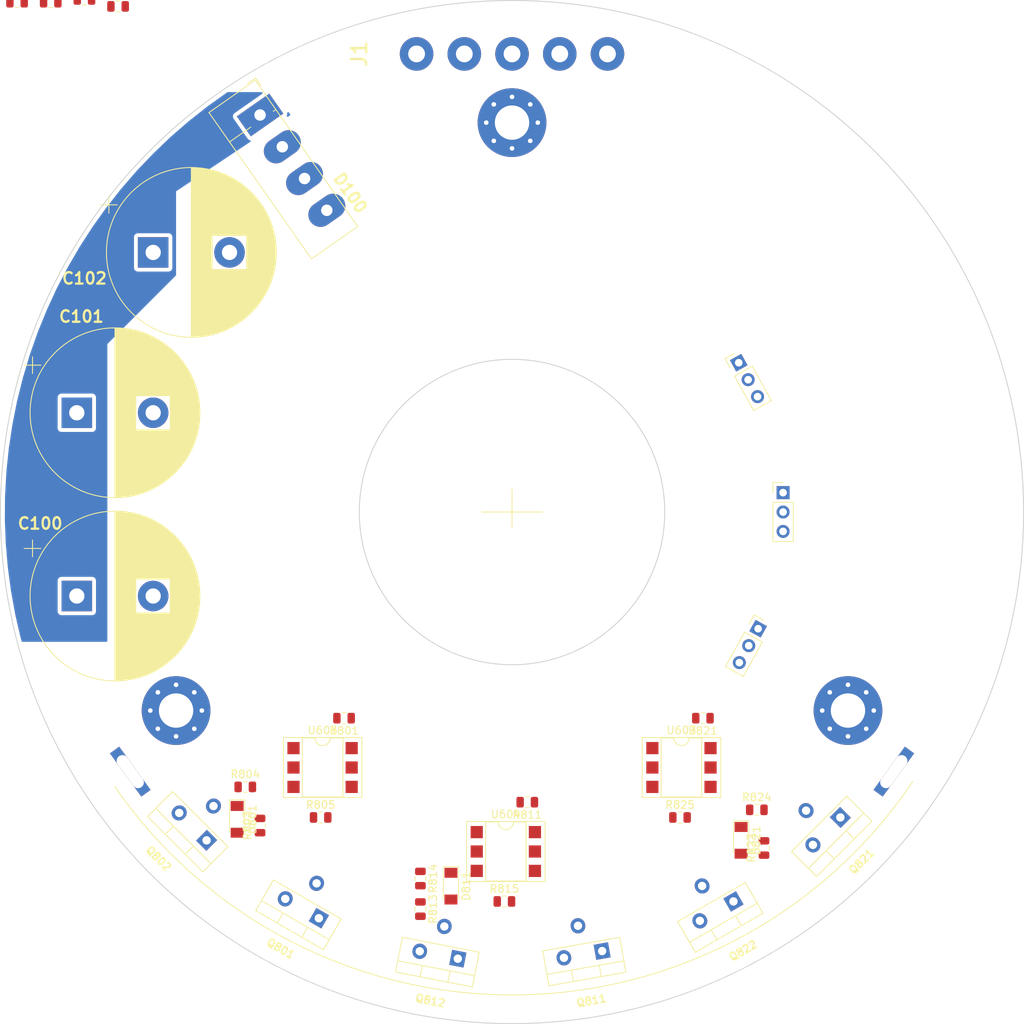
<source format=kicad_pcb>
(kicad_pcb (version 20171130) (host pcbnew "(5.1.2)-1")
  (layers (0 F.Cu signal hide) (31 B.Cu signal hide) (34 B.Paste user) (35 F.Paste user) (36 B.SilkS user hide) (37 F.SilkS user hide) (38 B.Mask user) (39 F.Mask user) (44 Edge.Cuts user))
  (net 0 "")
  (net 1 /+V)
  (net 2 "Net-(C100-Pad2)")
  (net 3 "Net-(D100-Pad1)")
  (net 4 /+U)
  (net 5 "Net-(Q801-Pad1)")
  (net 6 "Net-(D801-Pad2)")
  (net 7 "Net-(Q802-Pad3)")
  (net 8 "Net-(Q811-Pad1)")
  (net 9 "Net-(D811-Pad2)")
  (net 10 "Net-(Q821-Pad1)")
  (net 11 "Net-(D821-Pad2)")
  (net 12 "Net-(F1-Pad2)")
  (net 13 /PE)
  (net 14 "Net-(C200-Pad2)")
  (net 15 "Net-(C205-Pad1)")
  (net 16 "Net-(C205-Pad2)")
  (net 17 GND)
  (net 18 /VCC)
  (net 19 "Net-(C601-Pad2)")
  (net 20 "Net-(C604-Pad2)")
  (net 21 "Net-(C604-Pad1)")
  (net 22 "Net-(C605-Pad2)")
  (net 23 /AT)
  (net 24 /BT)
  (net 25 /CT)
  (net 26 "Net-(C700-Pad2)")
  (net 27 "Net-(C801-Pad2)")
  (net 28 "Net-(D100-Pad2)")
  (net 29 "Net-(D100-Pad3)")
  (net 30 "Net-(D103-Pad2)")
  (net 31 "Net-(D104-Pad1)")
  (net 32 "Net-(D300-Pad1)")
  (net 33 "Net-(D801-Pad1)")
  (net 34 "Net-(D811-Pad1)")
  (net 35 "Net-(D821-Pad1)")
  (net 36 /OKP)
  (net 37 /OKM)
  (net 38 "Net-(Q200-Pad1)")
  (net 39 "Net-(Q300-Pad2)")
  (net 40 "Net-(Q300-Pad3)")
  (net 41 "Net-(Q300-Pad1)")
  (net 42 "Net-(P1-Pad1)")
  (net 43 "Net-(P2-Pad1)")
  (net 44 "Net-(P3-Pad1)")
  (net 45 "Net-(R204-Pad2)")
  (net 46 "Net-(R200-Pad2)")
  (net 47 "Net-(R300-Pad1)")
  (net 48 "Net-(C300-Pad1)")
  (net 49 "Net-(R500-Pad2)")
  (net 50 "Net-(R502-Pad2)")
  (net 51 "Net-(C609-Pad2)")
  (net 52 "Net-(R602-Pad2)")
  (net 53 "Net-(R603-Pad2)")
  (net 54 "Net-(R606-Pad2)")
  (net 55 "Net-(R607-Pad2)")
  (net 56 "Net-(R608-Pad2)")
  (net 57 "Net-(R801-Pad1)")
  (net 58 /AB)
  (net 59 "Net-(C802-Pad2)")
  (net 60 "Net-(R811-Pad1)")
  (net 61 /BB)
  (net 62 "Net-(R821-Pad1)")
  (net 63 /CB)
  (net 64 "Net-(H600-Pad2)")
  (net 65 "Net-(H601-Pad2)")
  (net 66 "Net-(H602-Pad2)")
  (net 67 "Net-(R604-Pad1)")
  (net 68 "Net-(U602-Pad4)")
  (net 69 "Net-(C803-Pad1)")
  (net 70 "Net-(U603-Pad3)")
  (net 71 "Net-(U604-Pad3)")
  (net 72 "Net-(U605-Pad3)")
  (module Diode_THT:Diode_Bridge_Vishay_KBU (layer F.Cu) (at 77 38 305)
    (fp_text reference D100 (at 15.143593 -3.830351 125) (layer F.SilkS) (effects (font (size 1.5 1.5) (thickness 0.3))))
    (fp_text value KBU8M hide)
    (pad 1 thru_hole rect (at 0 0 305) (size 3.2 5.2) (drill 1.5) (layers *.Cu *.Mask) (net 3 "Net-(D100-Pad1)"))
    (pad 2 thru_hole oval (at 5.08 0 305) (size 3.2 5.2) (drill 1.5) (layers *.Cu *.Mask) (net 28 "Net-(D100-Pad2)"))
    (pad 3 thru_hole oval (at 10.16 0 305) (size 3.2 5.2) (drill 1.5) (layers *.Cu *.Mask) (net 29 "Net-(D100-Pad3)"))
    (pad 4 thru_hole oval (at 15.24 0 305) (size 3.2 5.2) (drill 1.5) (layers *.Cu *.Mask) (net 2 "Net-(C100-Pad2)"))
  )
  (module valdiklio_footprints:TO-220-3_Vertical (layer F.Cu) (at 139 141 210)
    (fp_text reference Q822 (at 2.12132 -6.22254 30) (layer F.SilkS) (effects (font (thickness 0.2))))
    (fp_text value IRF830 hide)
    (pad 3 thru_hole oval (at 5.08 0 210) (size 1.905 2) (drill 1.1) (layers *.Cu *.Mask) (net 7 "Net-(Q802-Pad3)"))
    (pad 2 thru_hole oval (at 2.54 3.81 210) (size 1.905 2) (drill 1.1) (layers *.Cu *.Mask) (net 44 "Net-(P3-Pad1)"))
    (pad 1 thru_hole rect (at 0 0 210) (size 1.905 2) (drill 1.1) (layers *.Cu *.Mask) (net 11 "Net-(D821-Pad2)"))
  )
  (module valdiklio_footprints:TO-220-3_Vertical (layer F.Cu) (at 153 130 225)
    (fp_text reference Q821 (at 2.11077 -6.05596 45) (layer F.SilkS) (effects (font (thickness 0.2))))
    (fp_text value IRF830 hide)
    (pad 3 thru_hole oval (at 5.08 0 225) (size 1.905 2) (drill 1.1) (layers *.Cu *.Mask) (net 44 "Net-(P3-Pad1)"))
    (pad 2 thru_hole oval (at 2.54 3.81 225) (size 1.905 2) (drill 1.1) (layers *.Cu *.Mask) (net 4 /+U))
    (pad 1 thru_hole rect (at 0 0 225) (size 1.905 2) (drill 1.1) (layers *.Cu *.Mask) (net 10 "Net-(Q821-Pad1)"))
  )
  (module valdiklio_footprints:TO-220-3_Vertical (layer F.Cu) (at 121.8 147.5 190)
    (fp_text reference Q811 (at 2.507444 -6.158143 10) (layer F.SilkS) (effects (font (thickness 0.2))))
    (fp_text value IRF830 hide)
    (pad 3 thru_hole oval (at 5.08 0 190) (size 1.905 2) (drill 1.1) (layers *.Cu *.Mask) (net 43 "Net-(P2-Pad1)"))
    (pad 2 thru_hole oval (at 2.54 3.81 190) (size 1.905 2) (drill 1.1) (layers *.Cu *.Mask) (net 4 /+U))
    (pad 1 thru_hole rect (at 0 0 190) (size 1.905 2) (drill 1.1) (layers *.Cu *.Mask) (net 8 "Net-(Q811-Pad1)"))
  )
  (module valdiklio_footprints:TO-220-3_Vertical (layer F.Cu) (at 102.9 148.5 169)
    (fp_text reference Q812 (at 2.484408 -6.085862 169) (layer F.SilkS) (effects (font (thickness 0.2))))
    (fp_text value IRF830 hide)
    (pad 3 thru_hole oval (at 5.08 0 169) (size 1.905 2) (drill 1.1) (layers *.Cu *.Mask) (net 7 "Net-(Q802-Pad3)"))
    (pad 2 thru_hole oval (at 2.54 3.81 169) (size 1.905 2) (drill 1.1) (layers *.Cu *.Mask) (net 43 "Net-(P2-Pad1)"))
    (pad 1 thru_hole rect (at 0 0 169) (size 1.905 2) (drill 1.1) (layers *.Cu *.Mask) (net 9 "Net-(D811-Pad2)"))
  )
  (module valdiklio_footprints:TO-220-3_Vertical (layer F.Cu) (at 84.7 143.2 150)
    (fp_text reference Q801 (at 2.330127 -5.964102 150) (layer F.SilkS) (effects (font (thickness 0.2))))
    (fp_text value IRF830 hide)
    (pad 3 thru_hole oval (at 5.08 0 150) (size 1.905 2) (drill 1.1) (layers *.Cu *.Mask) (net 42 "Net-(P1-Pad1)"))
    (pad 2 thru_hole oval (at 2.54 3.81 150) (size 1.905 2) (drill 1.1) (layers *.Cu *.Mask) (net 4 /+U))
    (pad 1 thru_hole rect (at 0 0 150) (size 1.905 2) (drill 1.1) (layers *.Cu *.Mask) (net 5 "Net-(Q801-Pad1)"))
  )
  (module valdiklio_footprints:TO-220-3_Vertical (layer F.Cu) (at 70 133 135)
    (fp_text reference Q802 (at 2.757716 -6.151829 135) (layer F.SilkS) (effects (font (thickness 0.2))))
    (fp_text value IRF830 hide)
    (pad 3 thru_hole oval (at 5.08 0 135) (size 1.905 2) (drill 1.1) (layers *.Cu *.Mask) (net 7 "Net-(Q802-Pad3)"))
    (pad 2 thru_hole oval (at 2.54 3.81 135) (size 1.905 2) (drill 1.1) (layers *.Cu *.Mask) (net 42 "Net-(P1-Pad1)"))
    (pad 1 thru_hole rect (at 0 0 135) (size 1.905 2) (drill 1.1) (layers *.Cu *.Mask) (net 6 "Net-(D801-Pad2)"))
  )
  (module jungtis:Jungtis (layer F.Cu) (at 110.025 30.045)
    (fp_text reference J1 (at -20.025 -0.045 90) (layer F.SilkS) (effects (font (size 2 2) (thickness 0.3))))
    (fp_text value Conn_01x05)
    (pad 5 thru_hole circle (at 12.475 -0.045) (size 4.4 4.4) (drill 2.2) (layers *.Cu *.Mask) (net 12 "Net-(F1-Pad2)"))
    (pad 4 thru_hole circle (at 6.225 -0.045) (size 4.4 4.4) (drill 2.2) (layers *.Cu *.Mask) (net 28 "Net-(D100-Pad2)"))
    (pad 3 thru_hole circle (at -0.025 -0.045) (size 4.4 4.4) (drill 2.2) (layers *.Cu *.Mask) (net 13 /PE))
    (pad 2 thru_hole circle (at -6.275 -0.045) (size 4.4 4.4) (drill 2.2) (layers *.Cu *.Mask) (net 36 /OKP))
    (pad 1 thru_hole circle (at -12.525 -0.045) (size 4.4 4.4) (drill 2.2) (layers *.Cu *.Mask) (net 37 /OKM))
  )
  (module Capacitor_THT:CP_Radial_D22.0mm_P10.00mm_SnapIn (layer F.Cu) (at 53 101)
    (fp_text reference C100 (at -4.8 -9.5) (layer F.SilkS) (effects (font (size 1.5 1.5) (thickness 0.3))))
    (fp_text value 120.0x400V hide)
    (pad 1 thru_hole rect (at 0 0) (size 4 4) (drill 2) (layers *.Cu *.Mask) (net 1 /+V))
    (pad 2 thru_hole circle (at 10 0) (size 4 4) (drill 2) (layers *.Cu *.Mask) (net 2 "Net-(C100-Pad2)"))
  )
  (module Capacitor_THT:CP_Radial_D22.0mm_P10.00mm_SnapIn (layer F.Cu) (at 53 77)
    (fp_text reference C101 (at 0.6 -12.6) (layer F.SilkS) (effects (font (size 1.5 1.5) (thickness 0.3))))
    (fp_text value 120.0x400V hide)
    (pad 1 thru_hole rect (at 0 0) (size 4 4) (drill 2) (layers *.Cu *.Mask) (net 1 /+V))
    (pad 2 thru_hole circle (at 10 0) (size 4 4) (drill 2) (layers *.Cu *.Mask) (net 2 "Net-(C100-Pad2)"))
  )
  (module Capacitor_THT:CP_Radial_D22.0mm_P10.00mm_SnapIn (layer F.Cu) (at 63 56)
    (fp_text reference C102 (at -9 3.4) (layer F.SilkS) (effects (font (size 1.5 1.5) (thickness 0.3))))
    (fp_text value 120.0x400V hide)
    (pad 2 thru_hole circle (at 10 0) (size 4 4) (drill 2) (layers *.Cu *.Mask) (net 2 "Net-(C100-Pad2)"))
    (pad 1 thru_hole rect (at 0 0) (size 4 4) (drill 2) (layers *.Cu *.Mask) (net 1 /+V))
  )
  (module Connector_PinHeader_2.54mm:PinHeader_1x03_P2.54mm_Vertical (layer F.Cu) (at 142.231416 105.278466 331)
    (fp_text reference REF** hide)
    (fp_text value PinHeader_1x03_P2.54mm_Vertical hide)
    (pad 3 thru_hole oval (at 0 5.08 331) (size 1.7 1.7) (drill 1) (layers *.Cu *.Mask))
    (pad 2 thru_hole oval (at 0 2.54 295) (size 1.7 1.7) (drill 1) (layers *.Cu *.Mask))
    (pad 1 thru_hole rect (at 0 0 331) (size 1.7 1.7) (drill 1) (layers *.Cu *.Mask))
  )
  (module Connector_PinHeader_2.54mm:PinHeader_1x03_P2.54mm_Vertical (layer F.Cu) (at 139.691803 70.445097 29)
    (fp_text reference REF** hide)
    (fp_text value PinHeader_1x03_P2.54mm_Vertical hide)
    (pad 1 thru_hole rect (at 0 0 29) (size 1.7 1.7) (drill 1) (layers *.Cu *.Mask))
    (pad 2 thru_hole oval (at 0 2.54 353) (size 1.7 1.7) (drill 1) (layers *.Cu *.Mask))
    (pad 3 thru_hole oval (at 0 5.08 29) (size 1.7 1.7) (drill 1) (layers *.Cu *.Mask))
  )
  (module Connector_PinHeader_2.54mm:PinHeader_1x03_P2.54mm_Vertical (layer F.Cu) (at 145.5 87.46)
    (fp_text reference REF** hide)
    (fp_text value PinHeader_1x03_P2.54mm_Vertical hide)
    (pad 3 thru_hole oval (at 0 5.08) (size 1.7 1.7) (drill 1) (layers *.Cu *.Mask))
    (pad 2 thru_hole oval (at 0 2.54) (size 1.7 1.7) (drill 1) (layers *.Cu *.Mask))
    (pad 1 thru_hole rect (at 0 0) (size 1.7 1.7) (drill 1) (layers *.Cu *.Mask))
  )
  (module MountingHole:MountingHole_2.7mm (layer F.Cu) (at 144 99)
    (fp_text reference REF** hide)
    (fp_text value MountingHole_2.7mm hide)
    (pad 1 np_thru_hole circle (at 0 0) (size 2.7 2.7) (drill 2.7) (layers *.Cu *.Mask))
  )
  (module MountingHole:MountingHole_2.7mm (layer F.Cu) (at 144 81)
    (fp_text reference REF** hide)
    (fp_text value MountingHole_2.7mm hide)
    (pad 1 np_thru_hole circle (at 0 0) (size 2.7 2.7) (drill 2.7) (layers *.Cu *.Mask))
  )
  (module MountingHole:MountingHole_2.2mm_M2 (layer F.Cu) (at 60 124)
    (fp_text reference "" (at 0 -3.2) (layer F.SilkS))
    (fp_text value MountingHole_2.2mm_M2 hide)
    (pad "" np_thru_hole rect (at 0 0 36) (size 1.5 7) (drill oval 1.5 5) (layers *.Cu))
  )
  (module MountingHole:MountingHole_2.2mm_M2 (layer F.Cu) (at 160 124)
    (fp_text reference "" (at 0 -3.2) (layer F.SilkS))
    (fp_text value MountingHole_2.2mm_M2 hide)
    (pad "" np_thru_hole rect (at 0 0 324) (size 1.5 7) (drill oval 1.5 5) (layers *.Cu))
  )
  (module MountingHole:MountingHole_2.7mm (layer F.Cu) (at 127 107)
    (fp_text reference REF** hide)
    (fp_text value MountingHole_2.7mm hide)
    (pad 1 np_thru_hole circle (at 0 0) (size 2.7 2.7) (drill 2.7) (layers *.Cu *.Mask))
  )
  (module MountingHole:MountingHole_2.7mm (layer F.Cu) (at 87 96)
    (fp_text reference REF** hide)
    (fp_text value MountingHole_2.7mm hide)
    (pad 1 np_thru_hole circle (at 0 0) (size 2.7 2.7) (drill 2.7) (layers *.Cu *.Mask))
  )
  (module MountingHole:MountingHole_2.7mm (layer F.Cu) (at 117 67)
    (fp_text reference REF** hide)
    (fp_text value MountingHole_2.7mm hide)
    (pad 1 np_thru_hole circle (at 0 0) (size 2.7 2.7) (drill 2.7) (layers *.Cu *.Mask))
  )
  (module MountingHole:MountingHole_4.5mm_Pad_Via (layer F.Cu) (at 66 116)
    (fp_text reference REF** hide)
    (fp_text value MountingHole_4.5mm_Pad_Via hide)
    (pad 1 thru_hole circle (at 2.386485 -2.386485) (size 0.9 0.9) (drill 0.6) (layers *.Cu *.Mask))
    (pad 1 thru_hole circle (at 0 -3.375) (size 0.9 0.9) (drill 0.6) (layers *.Cu *.Mask))
    (pad 1 thru_hole circle (at -2.386485 -2.386485) (size 0.9 0.9) (drill 0.6) (layers *.Cu *.Mask))
    (pad 1 thru_hole circle (at -3.375 0) (size 0.9 0.9) (drill 0.6) (layers *.Cu *.Mask))
    (pad 1 thru_hole circle (at -2.386485 2.386485) (size 0.9 0.9) (drill 0.6) (layers *.Cu *.Mask))
    (pad 1 thru_hole circle (at 0 3.375) (size 0.9 0.9) (drill 0.6) (layers *.Cu *.Mask))
    (pad 1 thru_hole circle (at 2.386485 2.386485) (size 0.9 0.9) (drill 0.6) (layers *.Cu *.Mask))
    (pad 1 thru_hole circle (at 3.375 0) (size 0.9 0.9) (drill 0.6) (layers *.Cu *.Mask))
    (pad 1 thru_hole circle (at 0 0) (size 9 9) (drill 4.5) (layers *.Cu *.Mask))
  )
  (module MountingHole:MountingHole_4.5mm_Pad_Via (layer F.Cu) (at 154 116)
    (fp_text reference REF** hide)
    (fp_text value MountingHole_4.5mm_Pad_Via hide)
    (pad 1 thru_hole circle (at 0 0) (size 9 9) (drill 4.5) (layers *.Cu *.Mask))
    (pad 1 thru_hole circle (at 3.375 0) (size 0.9 0.9) (drill 0.6) (layers *.Cu *.Mask))
    (pad 1 thru_hole circle (at 2.386485 2.386485) (size 0.9 0.9) (drill 0.6) (layers *.Cu *.Mask))
    (pad 1 thru_hole circle (at 0 3.375) (size 0.9 0.9) (drill 0.6) (layers *.Cu *.Mask))
    (pad 1 thru_hole circle (at -2.386485 2.386485) (size 0.9 0.9) (drill 0.6) (layers *.Cu *.Mask))
    (pad 1 thru_hole circle (at -3.375 0) (size 0.9 0.9) (drill 0.6) (layers *.Cu *.Mask))
    (pad 1 thru_hole circle (at -2.386485 -2.386485) (size 0.9 0.9) (drill 0.6) (layers *.Cu *.Mask))
    (pad 1 thru_hole circle (at 0 -3.375) (size 0.9 0.9) (drill 0.6) (layers *.Cu *.Mask))
    (pad 1 thru_hole circle (at 2.386485 -2.386485) (size 0.9 0.9) (drill 0.6) (layers *.Cu *.Mask))
  )
  (module MountingHole:MountingHole_4.5mm_Pad_Via (layer F.Cu) (at 110 39 135)
    (fp_text reference REF** hide)
    (fp_text value MountingHole_4.5mm_Pad_Via hide)
    (pad 1 thru_hole circle (at 2.386485 -2.386485 135) (size 0.9 0.9) (drill 0.6) (layers *.Cu *.Mask))
    (pad 1 thru_hole circle (at 0 -3.375 135) (size 0.9 0.9) (drill 0.6) (layers *.Cu *.Mask))
    (pad 1 thru_hole circle (at -2.386485 -2.386485 135) (size 0.9 0.9) (drill 0.6) (layers *.Cu *.Mask))
    (pad 1 thru_hole circle (at -3.375 0 135) (size 0.9 0.9) (drill 0.6) (layers *.Cu *.Mask))
    (pad 1 thru_hole circle (at -2.386485 2.386485 135) (size 0.9 0.9) (drill 0.6) (layers *.Cu *.Mask))
    (pad 1 thru_hole circle (at 0 3.375 135) (size 0.9 0.9) (drill 0.6) (layers *.Cu *.Mask))
    (pad 1 thru_hole circle (at 2.386485 2.386485 135) (size 0.9 0.9) (drill 0.6) (layers *.Cu *.Mask))
    (pad 1 thru_hole circle (at 3.375 0 135) (size 0.9 0.9) (drill 0.6) (layers *.Cu *.Mask))
    (pad 1 thru_hole circle (at 0 0 135) (size 9 9) (drill 4.5) (layers *.Cu *.Mask))
  )
  (module Capacitor_SMD:C_0805_2012Metric (layer F.Cu) (at 53.665001 14.015001)
    (fp_text reference C200 (at 0 -1.65) (layer F.SilkS))
    (fp_text value 1nF)
    (pad 2 smd roundrect (at 0.9375 0) (size 0.975 1.4) (layers F.Cu F.Paste F.Mask) (net 14 "Net-(C200-Pad2)"))
    (pad 1 smd roundrect (at -0.9375 0) (size 0.975 1.4) (layers F.Cu F.Paste F.Mask) (net 2 "Net-(C100-Pad2)"))
  )
  (module Capacitor_SMD:C_0805_2012Metric (layer F.Cu) (at 45.175001 23.225001)
    (fp_text reference C205 (at 0 -1.65) (layer F.SilkS))
    (fp_text value 1nF)
    (pad 1 smd roundrect (at -0.9375 0) (size 0.975 1.4) (layers F.Cu F.Paste F.Mask) (net 15 "Net-(C205-Pad1)"))
    (pad 2 smd roundrect (at 0.9375 0) (size 0.975 1.4) (layers F.Cu F.Paste F.Mask) (net 16 "Net-(C205-Pad2)"))
  )
  (module Capacitor_SMD:C_0805_2012Metric (layer F.Cu) (at 46.715001 17.325001)
    (fp_text reference C600 (at 0 -1.65) (layer F.SilkS))
    (fp_text value 0.1)
    (pad 1 smd roundrect (at -0.9375 0) (size 0.975 1.4) (layers F.Cu F.Paste F.Mask) (net 17 GND))
    (pad 2 smd roundrect (at 0.9375 0) (size 0.975 1.4) (layers F.Cu F.Paste F.Mask) (net 18 /VCC))
  )
  (module Capacitor_SMD:C_0805_2012Metric (layer F.Cu) (at 58.425001 5.965001)
    (fp_text reference C601 (at 0 -1.65) (layer F.SilkS))
    (fp_text value 10n)
    (pad 2 smd roundrect (at 0.9375 0) (size 0.975 1.4) (layers F.Cu F.Paste F.Mask) (net 19 "Net-(C601-Pad2)"))
    (pad 1 smd roundrect (at -0.9375 0) (size 0.975 1.4) (layers F.Cu F.Paste F.Mask) (net 17 GND))
  )
  (module Capacitor_SMD:C_0805_2012Metric (layer F.Cu) (at 40.765001 23.575001)
    (fp_text reference C602 (at 0 -1.65) (layer F.SilkS))
    (fp_text value 0.1)
    (pad 1 smd roundrect (at -0.9375 0) (size 0.975 1.4) (layers F.Cu F.Paste F.Mask) (net 17 GND))
    (pad 2 smd roundrect (at 0.9375 0) (size 0.975 1.4) (layers F.Cu F.Paste F.Mask) (net 18 /VCC))
  )
  (module Capacitor_SMD:C_0805_2012Metric (layer F.Cu) (at 45.175001 20.275001)
    (fp_text reference C603 (at 0 -1.65) (layer F.SilkS))
    (fp_text value 0.1)
    (pad 1 smd roundrect (at -0.9375 0) (size 0.975 1.4) (layers F.Cu F.Paste F.Mask) (net 18 /VCC))
    (pad 2 smd roundrect (at 0.9375 0) (size 0.975 1.4) (layers F.Cu F.Paste F.Mask) (net 17 GND))
  )
  (module Capacitor_SMD:C_0805_2012Metric (layer F.Cu) (at 65.625001 0.175001)
    (fp_text reference C604 (at 0 -1.65) (layer F.SilkS))
    (fp_text value 47n)
    (pad 2 smd roundrect (at 0.9375 0) (size 0.975 1.4) (layers F.Cu F.Paste F.Mask) (net 20 "Net-(C604-Pad2)"))
    (pad 1 smd roundrect (at -0.9375 0) (size 0.975 1.4) (layers F.Cu F.Paste F.Mask) (net 21 "Net-(C604-Pad1)"))
  )
  (module Capacitor_SMD:C_0805_2012Metric (layer F.Cu) (at 49.255001 14.015001)
    (fp_text reference C605 (at 0 -1.65) (layer F.SilkS))
    (fp_text value 22n)
    (pad 2 smd roundrect (at 0.9375 0) (size 0.975 1.4) (layers F.Cu F.Paste F.Mask) (net 22 "Net-(C605-Pad2)"))
    (pad 1 smd roundrect (at -0.9375 0) (size 0.975 1.4) (layers F.Cu F.Paste F.Mask) (net 17 GND))
  )
  (module Capacitor_SMD:C_0805_2012Metric (layer F.Cu) (at 71.655001 5.075001)
    (fp_text reference C606 (at 0 -1.65) (layer F.SilkS))
    (fp_text value 2n2)
    (pad 2 smd roundrect (at 0.9375 0) (size 0.975 1.4) (layers F.Cu F.Paste F.Mask) (net 23 /AT))
    (pad 1 smd roundrect (at -0.9375 0) (size 0.975 1.4) (layers F.Cu F.Paste F.Mask) (net 17 GND))
  )
  (module Capacitor_SMD:C_0805_2012Metric (layer F.Cu) (at 53.665001 11.065001)
    (fp_text reference C607 (at 0 -1.65) (layer F.SilkS))
    (fp_text value 2n2)
    (pad 1 smd roundrect (at -0.9375 0) (size 0.975 1.4) (layers F.Cu F.Paste F.Mask) (net 17 GND))
    (pad 2 smd roundrect (at 0.9375 0) (size 0.975 1.4) (layers F.Cu F.Paste F.Mask) (net 24 /BT))
  )
  (module Capacitor_SMD:C_0805_2012Metric (layer F.Cu) (at 73.315001 -7.024999)
    (fp_text reference C608 (at 0 -1.65) (layer F.SilkS))
    (fp_text value 2n2)
    (pad 1 smd roundrect (at -0.9375 0) (size 0.975 1.4) (layers F.Cu F.Paste F.Mask) (net 17 GND))
    (pad 2 smd roundrect (at 0.9375 0) (size 0.975 1.4) (layers F.Cu F.Paste F.Mask) (net 25 /CT))
  )
  (module Capacitor_SMD:C_0805_2012Metric (layer F.Cu) (at 49.255001 11.065001)
    (fp_text reference C700 (at 0 -1.65) (layer F.SilkS))
    (fp_text value 4n7)
    (pad 2 smd roundrect (at 0.9375 0) (size 0.975 1.4) (layers F.Cu F.Paste F.Mask) (net 26 "Net-(C700-Pad2)"))
    (pad 1 smd roundrect (at -0.9375 0) (size 0.975 1.4) (layers F.Cu F.Paste F.Mask) (net 17 GND))
  )
  (module Capacitor_SMD:C_0805_2012Metric (layer F.Cu) (at 65.625001 -2.774999)
    (fp_text reference C801 (at 0 -1.65) (layer F.SilkS))
    (fp_text value 10n)
    (pad 1 smd roundrect (at -0.9375 0) (size 0.975 1.4) (layers F.Cu F.Paste F.Mask) (net 17 GND))
    (pad 2 smd roundrect (at 0.9375 0) (size 0.975 1.4) (layers F.Cu F.Paste F.Mask) (net 27 "Net-(C801-Pad2)"))
  )
  (module Diode_SMD:D_MELF (layer F.Cu) (at 88 -32)
    (fp_text reference D103 (at 0 -2.5) (layer F.SilkS))
    (fp_text value LL4005)
    (pad 2 smd rect (at 2.4 0) (size 1.5 2.7) (layers F.Cu F.Paste F.Mask) (net 30 "Net-(D103-Pad2)"))
    (pad 1 smd rect (at -2.4 0) (size 1.5 2.7) (layers F.Cu F.Paste F.Mask) (net 1 /+V))
  )
  (module Diode_SMD:D_MELF (layer F.Cu) (at 45 -34)
    (fp_text reference D104 (at 0 -2.5) (layer F.SilkS))
    (fp_text value LL4006)
    (pad 1 smd rect (at -2.4 0) (size 1.5 2.7) (layers F.Cu F.Paste F.Mask) (net 31 "Net-(D104-Pad1)"))
    (pad 2 smd rect (at 2.4 0) (size 1.5 2.7) (layers F.Cu F.Paste F.Mask) (net 29 "Net-(D100-Pad3)"))
  )
  (module Diode_SMD:D_MELF (layer F.Cu) (at 45 -28)
    (fp_text reference D105 (at 0 -2.5) (layer F.SilkS))
    (fp_text value LL4005)
    (pad 2 smd rect (at 2.4 0) (size 1.5 2.7) (layers F.Cu F.Paste F.Mask) (net 2 "Net-(C100-Pad2)"))
    (pad 1 smd rect (at -2.4 0) (size 1.5 2.7) (layers F.Cu F.Paste F.Mask) (net 31 "Net-(D104-Pad1)"))
  )
  (module Diode_SMD:D_MELF (layer F.Cu) (at 69.4 -22)
    (fp_text reference D300 (at 0 -2.5) (layer F.SilkS))
    (fp_text value LL4005)
    (pad 1 smd rect (at -2.4 0) (size 1.5 2.7) (layers F.Cu F.Paste F.Mask) (net 32 "Net-(D300-Pad1)"))
    (pad 2 smd rect (at 2.4 0) (size 1.5 2.7) (layers F.Cu F.Paste F.Mask) (net 18 /VCC))
  )
  (module Diode_SMD:D_MiniMELF (layer F.Cu) (at 74 130.25 270)
    (fp_text reference D801 (at 0 -2 90) (layer F.SilkS))
    (fp_text value LL4148)
    (pad 1 smd rect (at -1.75 0 270) (size 1.3 1.7) (layers F.Cu F.Paste F.Mask) (net 33 "Net-(D801-Pad1)"))
    (pad 2 smd rect (at 1.75 0 270) (size 1.3 1.7) (layers F.Cu F.Paste F.Mask) (net 6 "Net-(D801-Pad2)"))
  )
  (module Diode_SMD:D_MiniMELF (layer F.Cu) (at 102 139 270)
    (fp_text reference D811 (at 0 -2 90) (layer F.SilkS))
    (fp_text value LL4148)
    (pad 2 smd rect (at 1.75 0 270) (size 1.3 1.7) (layers F.Cu F.Paste F.Mask) (net 9 "Net-(D811-Pad2)"))
    (pad 1 smd rect (at -1.75 0 270) (size 1.3 1.7) (layers F.Cu F.Paste F.Mask) (net 34 "Net-(D811-Pad1)"))
  )
  (module Diode_SMD:D_MiniMELF (layer F.Cu) (at 140 133 270)
    (fp_text reference D821 (at 0 -2 90) (layer F.SilkS))
    (fp_text value LL4148)
    (pad 1 smd rect (at -1.75 0 270) (size 1.3 1.7) (layers F.Cu F.Paste F.Mask) (net 35 "Net-(D821-Pad1)"))
    (pad 2 smd rect (at 1.75 0 270) (size 1.3 1.7) (layers F.Cu F.Paste F.Mask) (net 11 "Net-(D821-Pad2)"))
  )
  (module Package_TO_SOT_THT:TO-220-3_Vertical (layer F.Cu) (at 95.46 -25)
    (fp_text reference Q200 (at 2.54 -4.27) (layer F.SilkS))
    (fp_text value IRF830)
    (pad 1 thru_hole rect (at 0 0) (size 1.905 2) (drill 1.1) (layers *.Cu *.Mask) (net 38 "Net-(Q200-Pad1)"))
    (pad 2 thru_hole oval (at 2.54 0) (size 1.905 2) (drill 1.1) (layers *.Cu *.Mask) (net 30 "Net-(D103-Pad2)"))
    (pad 3 thru_hole oval (at 5.08 0) (size 1.905 2) (drill 1.1) (layers *.Cu *.Mask) (net 18 /VCC))
  )
  (module Package_TO_SOT_THT:TO-92_Inline (layer F.Cu) (at 114 -26)
    (fp_text reference Q201 (at 1.27 -3.56) (layer F.SilkS))
    (fp_text value 2N4401)
    (pad 1 thru_hole rect (at 0 0) (size 1.05 1.5) (drill 0.75) (layers *.Cu *.Mask) (net 2 "Net-(C100-Pad2)"))
    (pad 3 thru_hole oval (at 2.54 0) (size 1.05 1.5) (drill 0.75) (layers *.Cu *.Mask) (net 16 "Net-(C205-Pad2)"))
    (pad 2 thru_hole oval (at 1.27 0) (size 1.05 1.5) (drill 0.75) (layers *.Cu *.Mask) (net 14 "Net-(C200-Pad2)"))
  )
  (module Package_TO_SOT_THT:TO-92_Inline (layer F.Cu) (at 106.46 -26)
    (fp_text reference Q202 (at 1.27 -3.56) (layer F.SilkS))
    (fp_text value 2N3906)
    (pad 2 thru_hole oval (at 1.27 0) (size 1.05 1.5) (drill 0.75) (layers *.Cu *.Mask) (net 16 "Net-(C205-Pad2)"))
    (pad 3 thru_hole oval (at 2.54 0) (size 1.05 1.5) (drill 0.75) (layers *.Cu *.Mask) (net 14 "Net-(C200-Pad2)"))
    (pad 1 thru_hole rect (at 0 0) (size 1.05 1.5) (drill 0.75) (layers *.Cu *.Mask) (net 15 "Net-(C205-Pad1)"))
  )
  (module Package_TO_SOT_THT:TO-92_Inline (layer F.Cu) (at 121.46 -26)
    (fp_text reference Q300 (at 1.27 -3.56) (layer F.SilkS))
    (fp_text value 2N3906)
    (pad 2 thru_hole oval (at 1.27 0) (size 1.05 1.5) (drill 0.75) (layers *.Cu *.Mask) (net 39 "Net-(Q300-Pad2)"))
    (pad 3 thru_hole oval (at 2.54 0) (size 1.05 1.5) (drill 0.75) (layers *.Cu *.Mask) (net 40 "Net-(Q300-Pad3)"))
    (pad 1 thru_hole rect (at 0 0) (size 1.05 1.5) (drill 0.75) (layers *.Cu *.Mask) (net 41 "Net-(Q300-Pad1)"))
  )
  (module Resistor_SMD:R_0805_2012Metric (layer F.Cu) (at 58.075001 8.915001)
    (fp_text reference R201 (at 0 -1.65) (layer F.SilkS))
    (fp_text value 10k)
    (pad 2 smd roundrect (at 0.9375 0) (size 0.975 1.4) (layers F.Cu F.Paste F.Mask) (net 16 "Net-(C205-Pad2)"))
    (pad 1 smd roundrect (at -0.9375 0) (size 0.975 1.4) (layers F.Cu F.Paste F.Mask) (net 15 "Net-(C205-Pad1)"))
  )
  (module Resistor_SMD:R_0805_2012Metric (layer F.Cu) (at 62.835001 6.075001)
    (fp_text reference R204 (at 0 -1.65) (layer F.SilkS))
    (fp_text value 10k)
    (pad 1 smd roundrect (at -0.9375 0) (size 0.975 1.4) (layers F.Cu F.Paste F.Mask) (net 2 "Net-(C100-Pad2)"))
    (pad 2 smd roundrect (at 0.9375 0) (size 0.975 1.4) (layers F.Cu F.Paste F.Mask) (net 45 "Net-(R204-Pad2)"))
  )
  (module Resistor_SMD:R_0805_2012Metric (layer F.Cu) (at 62.835001 3.125001)
    (fp_text reference R206 (at 0 -1.65) (layer F.SilkS))
    (fp_text value 2.2k)
    (pad 2 smd roundrect (at 0.9375 0) (size 0.975 1.4) (layers F.Cu F.Paste F.Mask) (net 46 "Net-(R200-Pad2)"))
    (pad 1 smd roundrect (at -0.9375 0) (size 0.975 1.4) (layers F.Cu F.Paste F.Mask) (net 38 "Net-(Q200-Pad1)"))
  )
  (module Resistor_SMD:R_0805_2012Metric (layer F.Cu) (at 51.125001 16.965001)
    (fp_text reference R207 (at 0 -1.65) (layer F.SilkS))
    (fp_text value 1k)
    (pad 1 smd roundrect (at -0.9375 0) (size 0.975 1.4) (layers F.Cu F.Paste F.Mask) (net 45 "Net-(R204-Pad2)"))
    (pad 2 smd roundrect (at 0.9375 0) (size 0.975 1.4) (layers F.Cu F.Paste F.Mask) (net 14 "Net-(C200-Pad2)"))
  )
  (module Resistor_SMD:R_0805_2012Metric (layer F.Cu) (at 70.035001 -0.824999)
    (fp_text reference R300 (at 0 -1.65) (layer F.SilkS))
    (fp_text value 1k)
    (pad 2 smd roundrect (at 0.9375 0) (size 0.975 1.4) (layers F.Cu F.Paste F.Mask) (net 36 /OKP))
    (pad 1 smd roundrect (at -0.9375 0) (size 0.975 1.4) (layers F.Cu F.Paste F.Mask) (net 47 "Net-(R300-Pad1)"))
  )
  (module Resistor_SMD:R_0805_2012Metric (layer F.Cu) (at 70.035001 -3.774999)
    (fp_text reference R302 (at 0 -1.65) (layer F.SilkS))
    (fp_text value 20k)
    (pad 1 smd roundrect (at -0.9375 0) (size 0.975 1.4) (layers F.Cu F.Paste F.Mask) (net 32 "Net-(D300-Pad1)"))
    (pad 2 smd roundrect (at 0.9375 0) (size 0.975 1.4) (layers F.Cu F.Paste F.Mask) (net 39 "Net-(Q300-Pad2)"))
  )
  (module Resistor_SMD:R_0805_2012Metric (layer F.Cu) (at 40.765001 20.625001)
    (fp_text reference R303 (at 0 -1.65) (layer F.SilkS))
    (fp_text value 1M)
    (pad 2 smd roundrect (at 0.9375 0) (size 0.975 1.4) (layers F.Cu F.Paste F.Mask) (net 39 "Net-(Q300-Pad2)"))
    (pad 1 smd roundrect (at -0.9375 0) (size 0.975 1.4) (layers F.Cu F.Paste F.Mask) (net 41 "Net-(Q300-Pad1)"))
  )
  (module Resistor_SMD:R_0805_2012Metric (layer F.Cu) (at 58.425001 3.015001)
    (fp_text reference R304 (at 0 -1.65) (layer F.SilkS))
    (fp_text value 10k)
    (pad 1 smd roundrect (at -0.9375 0) (size 0.975 1.4) (layers F.Cu F.Paste F.Mask) (net 39 "Net-(Q300-Pad2)"))
    (pad 2 smd roundrect (at 0.9375 0) (size 0.975 1.4) (layers F.Cu F.Paste F.Mask) (net 17 GND))
  )
  (module Resistor_SMD:R_0805_2012Metric (layer F.Cu) (at 42.305001 17.325001)
    (fp_text reference R305 (at 0 -1.65) (layer F.SilkS))
    (fp_text value 2.2k)
    (pad 1 smd roundrect (at -0.9375 0) (size 0.975 1.4) (layers F.Cu F.Paste F.Mask) (net 40 "Net-(Q300-Pad3)"))
    (pad 2 smd roundrect (at 0.9375 0) (size 0.975 1.4) (layers F.Cu F.Paste F.Mask) (net 17 GND))
  )
  (module Resistor_SMD:R_0805_2012Metric (layer F.Cu) (at 71.305001 9.025001)
    (fp_text reference R306 (at 0 -1.65) (layer F.SilkS))
    (fp_text value 33k)
    (pad 2 smd roundrect (at 0.9375 0) (size 0.975 1.4) (layers F.Cu F.Paste F.Mask) (net 40 "Net-(Q300-Pad3)"))
    (pad 1 smd roundrect (at -0.9375 0) (size 0.975 1.4) (layers F.Cu F.Paste F.Mask) (net 48 "Net-(C300-Pad1)"))
  )
  (module Resistor_SMD:R_0805_2012Metric (layer F.Cu) (at 62.485001 14.925001)
    (fp_text reference R307 (at 0 -1.65) (layer F.SilkS))
    (fp_text value 22k)
    (pad 1 smd roundrect (at -0.9375 0) (size 0.975 1.4) (layers F.Cu F.Paste F.Mask) (net 48 "Net-(C300-Pad1)"))
    (pad 2 smd roundrect (at 0.9375 0) (size 0.975 1.4) (layers F.Cu F.Paste F.Mask) (net 17 GND))
  )
  (module Resistor_SMD:R_0805_2012Metric (layer F.Cu) (at 53.995001 22.865001)
    (fp_text reference R500 (at 0 -1.65) (layer F.SilkS))
    (fp_text value 20k)
    (pad 1 smd roundrect (at -0.9375 0) (size 0.975 1.4) (layers F.Cu F.Paste F.Mask) (net 18 /VCC))
    (pad 2 smd roundrect (at 0.9375 0) (size 0.975 1.4) (layers F.Cu F.Paste F.Mask) (net 49 "Net-(R500-Pad2)"))
  )
  (module Resistor_SMD:R_0805_2012Metric (layer F.Cu) (at 77.725001 -7.024999)
    (fp_text reference R501 (at 0 -1.65) (layer F.SilkS))
    (fp_text value 4.5k)
    (pad 2 smd roundrect (at 0.9375 0) (size 0.975 1.4) (layers F.Cu F.Paste F.Mask) (net 17 GND))
    (pad 1 smd roundrect (at -0.9375 0) (size 0.975 1.4) (layers F.Cu F.Paste F.Mask) (net 49 "Net-(R500-Pad2)"))
  )
  (module Resistor_SMD:R_0805_2012Metric (layer F.Cu) (at 66.895001 9.025001)
    (fp_text reference R502 (at 0 -1.65) (layer F.SilkS))
    (fp_text value 20k)
    (pad 2 smd roundrect (at 0.9375 0) (size 0.975 1.4) (layers F.Cu F.Paste F.Mask) (net 50 "Net-(R502-Pad2)"))
    (pad 1 smd roundrect (at -0.9375 0) (size 0.975 1.4) (layers F.Cu F.Paste F.Mask) (net 18 /VCC))
  )
  (module Resistor_SMD:R_0805_2012Metric (layer F.Cu) (at 71.655001 2.125001)
    (fp_text reference R600 (at 0 -1.65) (layer F.SilkS))
    (fp_text value 4.7k)
    (pad 2 smd roundrect (at 0.9375 0) (size 0.975 1.4) (layers F.Cu F.Paste F.Mask) (net 18 /VCC))
    (pad 1 smd roundrect (at -0.9375 0) (size 0.975 1.4) (layers F.Cu F.Paste F.Mask) (net 19 "Net-(C601-Pad2)"))
  )
  (module Resistor_SMD:R_0805_2012Metric (layer F.Cu) (at 53.995001 19.915001)
    (fp_text reference R601 (at 0 -1.65) (layer F.SilkS))
    (fp_text value 150k)
    (pad 2 smd roundrect (at 0.9375 0) (size 0.975 1.4) (layers F.Cu F.Paste F.Mask) (net 21 "Net-(C604-Pad1)"))
    (pad 1 smd roundrect (at -0.9375 0) (size 0.975 1.4) (layers F.Cu F.Paste F.Mask) (net 20 "Net-(C604-Pad2)"))
  )
  (module Resistor_SMD:R_0805_2012Metric (layer F.Cu) (at 62.485001 11.975001)
    (fp_text reference R602 (at 0 -1.65) (layer F.SilkS))
    (fp_text value 10k)
    (pad 1 smd roundrect (at -0.9375 0) (size 0.975 1.4) (layers F.Cu F.Paste F.Mask) (net 51 "Net-(C609-Pad2)"))
    (pad 2 smd roundrect (at 0.9375 0) (size 0.975 1.4) (layers F.Cu F.Paste F.Mask) (net 52 "Net-(R602-Pad2)"))
  )
  (module Resistor_SMD:R_0805_2012Metric (layer F.Cu) (at 75.715001 8.025001)
    (fp_text reference R603 (at 0 -1.65) (layer F.SilkS))
    (fp_text value 1.8k)
    (pad 1 smd roundrect (at -0.9375 0) (size 0.975 1.4) (layers F.Cu F.Paste F.Mask) (net 18 /VCC))
    (pad 2 smd roundrect (at 0.9375 0) (size 0.975 1.4) (layers F.Cu F.Paste F.Mask) (net 53 "Net-(R603-Pad2)"))
  )
  (module Resistor_SMD:R_0805_2012Metric (layer F.Cu) (at 67.245001 6.075001)
    (fp_text reference R605 (at 0 -1.65) (layer F.SilkS))
    (fp_text value 7.5k)
    (pad 1 smd roundrect (at -0.9375 0) (size 0.975 1.4) (layers F.Cu F.Paste F.Mask) (net 18 /VCC))
    (pad 2 smd roundrect (at 0.9375 0) (size 0.975 1.4) (layers F.Cu F.Paste F.Mask) (net 22 "Net-(C605-Pad2)"))
  )
  (module Resistor_SMD:R_0805_2012Metric (layer F.Cu) (at 49.585001 23.225001)
    (fp_text reference R606 (at 0 -1.65) (layer F.SilkS))
    (fp_text value 49k)
    (pad 1 smd roundrect (at -0.9375 0) (size 0.975 1.4) (layers F.Cu F.Paste F.Mask) (net 21 "Net-(C604-Pad1)"))
    (pad 2 smd roundrect (at 0.9375 0) (size 0.975 1.4) (layers F.Cu F.Paste F.Mask) (net 54 "Net-(R606-Pad2)"))
  )
  (module Resistor_SMD:R_0805_2012Metric (layer F.Cu) (at 74.445001 -1.124999)
    (fp_text reference R607 (at 0 -1.65) (layer F.SilkS))
    (fp_text value 1.8k)
    (pad 1 smd roundrect (at -0.9375 0) (size 0.975 1.4) (layers F.Cu F.Paste F.Mask) (net 18 /VCC))
    (pad 2 smd roundrect (at 0.9375 0) (size 0.975 1.4) (layers F.Cu F.Paste F.Mask) (net 55 "Net-(R607-Pad2)"))
  )
  (module Resistor_SMD:R_0805_2012Metric (layer F.Cu) (at 62.485001 9.025001)
    (fp_text reference R608 (at 0 -1.65) (layer F.SilkS))
    (fp_text value 1.8k)
    (pad 2 smd roundrect (at 0.9375 0) (size 0.975 1.4) (layers F.Cu F.Paste F.Mask) (net 56 "Net-(R608-Pad2)"))
    (pad 1 smd roundrect (at -0.9375 0) (size 0.975 1.4) (layers F.Cu F.Paste F.Mask) (net 18 /VCC))
  )
  (module Resistor_SMD:R_0805_2012Metric (layer F.Cu) (at 49.585001 20.275001)
    (fp_text reference R700 (at 0 -1.65) (layer F.SilkS))
    (fp_text value 1k)
    (pad 1 smd roundrect (at -0.9375 0) (size 0.975 1.4) (layers F.Cu F.Paste F.Mask) (net 17 GND))
    (pad 2 smd roundrect (at 0.9375 0) (size 0.975 1.4) (layers F.Cu F.Paste F.Mask) (net 26 "Net-(C700-Pad2)"))
  )
  (module Resistor_SMD:R_0805_2012Metric (layer F.Cu) (at 74.445001 -4.074999)
    (fp_text reference R701 (at 0 -1.65) (layer F.SilkS))
    (fp_text value 1k)
    (pad 2 smd roundrect (at 0.9375 0) (size 0.975 1.4) (layers F.Cu F.Paste F.Mask) (net 26 "Net-(C700-Pad2)"))
    (pad 1 smd roundrect (at -0.9375 0) (size 0.975 1.4) (layers F.Cu F.Paste F.Mask) (net 7 "Net-(Q802-Pad3)"))
  )
  (module Resistor_SMD:R_0805_2012Metric (layer F.Cu) (at 88 117 180)
    (fp_text reference R801 (at 0 -1.65) (layer F.SilkS))
    (fp_text value 1M)
    (pad 1 smd roundrect (at -0.9375 0 180) (size 0.975 1.4) (layers F.Cu F.Paste F.Mask) (net 57 "Net-(R801-Pad1)"))
    (pad 2 smd roundrect (at 0.9375 0 180) (size 0.975 1.4) (layers F.Cu F.Paste F.Mask) (net 5 "Net-(Q801-Pad1)"))
  )
  (module Resistor_SMD:R_0805_2012Metric (layer F.Cu) (at 77 131.0625 90)
    (fp_text reference R803 (at 0 -1.65 90) (layer F.SilkS))
    (fp_text value 72R)
    (pad 1 smd roundrect (at -0.9375 0 90) (size 0.975 1.4) (layers F.Cu F.Paste F.Mask) (net 6 "Net-(D801-Pad2)"))
    (pad 2 smd roundrect (at 0.9375 0 90) (size 0.975 1.4) (layers F.Cu F.Paste F.Mask) (net 58 /AB))
  )
  (module Resistor_SMD:R_0805_2012Metric (layer F.Cu) (at 75.0625 126)
    (fp_text reference R804 (at 0 -1.65) (layer F.SilkS))
    (fp_text value 100R)
    (pad 2 smd roundrect (at 0.9375 0) (size 0.975 1.4) (layers F.Cu F.Paste F.Mask) (net 58 /AB))
    (pad 1 smd roundrect (at -0.9375 0) (size 0.975 1.4) (layers F.Cu F.Paste F.Mask) (net 33 "Net-(D801-Pad1)"))
  )
  (module Resistor_SMD:R_0805_2012Metric (layer F.Cu) (at 84.9375 130)
    (fp_text reference R805 (at 0 -1.65) (layer F.SilkS))
    (fp_text value 18k)
    (pad 1 smd roundrect (at -0.9375 0) (size 0.975 1.4) (layers F.Cu F.Paste F.Mask) (net 42 "Net-(P1-Pad1)"))
    (pad 2 smd roundrect (at 0.9375 0) (size 0.975 1.4) (layers F.Cu F.Paste F.Mask) (net 5 "Net-(Q801-Pad1)"))
  )
  (module Resistor_SMD:R_0805_2012Metric (layer F.Cu) (at 58.405001 23.775001)
    (fp_text reference R808 (at 0 -1.65) (layer F.SilkS))
    (fp_text value 18k)
    (pad 1 smd roundrect (at -0.9375 0) (size 0.975 1.4) (layers F.Cu F.Paste F.Mask) (net 59 "Net-(C802-Pad2)"))
    (pad 2 smd roundrect (at 0.9375 0) (size 0.975 1.4) (layers F.Cu F.Paste F.Mask) (net 27 "Net-(C801-Pad2)"))
  )
  (module Resistor_SMD:R_0805_2012Metric (layer F.Cu) (at 112 128 180)
    (fp_text reference R811 (at 0 -1.65) (layer F.SilkS))
    (fp_text value 1M)
    (pad 2 smd roundrect (at 0.9375 0 180) (size 0.975 1.4) (layers F.Cu F.Paste F.Mask) (net 8 "Net-(Q811-Pad1)"))
    (pad 1 smd roundrect (at -0.9375 0 180) (size 0.975 1.4) (layers F.Cu F.Paste F.Mask) (net 60 "Net-(R811-Pad1)"))
  )
  (module Resistor_SMD:R_0805_2012Metric (layer F.Cu) (at 98 142 270)
    (fp_text reference R813 (at 0 -1.65 90) (layer F.SilkS))
    (fp_text value 72R)
    (pad 2 smd roundrect (at 0.9375 0 270) (size 0.975 1.4) (layers F.Cu F.Paste F.Mask) (net 61 /BB))
    (pad 1 smd roundrect (at -0.9375 0 270) (size 0.975 1.4) (layers F.Cu F.Paste F.Mask) (net 9 "Net-(D811-Pad2)"))
  )
  (module Resistor_SMD:R_0805_2012Metric (layer F.Cu) (at 98 138 270)
    (fp_text reference R814 (at 0 -1.65 90) (layer F.SilkS))
    (fp_text value 100R)
    (pad 1 smd roundrect (at -0.9375 0 270) (size 0.975 1.4) (layers F.Cu F.Paste F.Mask) (net 34 "Net-(D811-Pad1)"))
    (pad 2 smd roundrect (at 0.9375 0 270) (size 0.975 1.4) (layers F.Cu F.Paste F.Mask) (net 61 /BB))
  )
  (module Resistor_SMD:R_0805_2012Metric (layer F.Cu) (at 109 141)
    (fp_text reference R815 (at 0 -1.65) (layer F.SilkS))
    (fp_text value 18k)
    (pad 2 smd roundrect (at 0.9375 0) (size 0.975 1.4) (layers F.Cu F.Paste F.Mask) (net 8 "Net-(Q811-Pad1)"))
    (pad 1 smd roundrect (at -0.9375 0) (size 0.975 1.4) (layers F.Cu F.Paste F.Mask) (net 43 "Net-(P2-Pad1)"))
  )
  (module Resistor_SMD:R_0805_2012Metric (layer F.Cu) (at 135 117 180)
    (fp_text reference R821 (at 0 -1.65) (layer F.SilkS))
    (fp_text value 1M)
    (pad 2 smd roundrect (at 0.9375 0 180) (size 0.975 1.4) (layers F.Cu F.Paste F.Mask) (net 10 "Net-(Q821-Pad1)"))
    (pad 1 smd roundrect (at -0.9375 0 180) (size 0.975 1.4) (layers F.Cu F.Paste F.Mask) (net 62 "Net-(R821-Pad1)"))
  )
  (module Resistor_SMD:R_0805_2012Metric (layer F.Cu) (at 143 134 90)
    (fp_text reference R823 (at 0 -1.65 90) (layer F.SilkS))
    (fp_text value 72R)
    (pad 1 smd roundrect (at -0.9375 0 90) (size 0.975 1.4) (layers F.Cu F.Paste F.Mask) (net 11 "Net-(D821-Pad2)"))
    (pad 2 smd roundrect (at 0.9375 0 90) (size 0.975 1.4) (layers F.Cu F.Paste F.Mask) (net 63 /CB))
  )
  (module Resistor_SMD:R_0805_2012Metric (layer F.Cu) (at 142.0625 129)
    (fp_text reference R824 (at 0 -1.65) (layer F.SilkS))
    (fp_text value 100R)
    (pad 2 smd roundrect (at 0.9375 0) (size 0.975 1.4) (layers F.Cu F.Paste F.Mask) (net 63 /CB))
    (pad 1 smd roundrect (at -0.9375 0) (size 0.975 1.4) (layers F.Cu F.Paste F.Mask) (net 35 "Net-(D821-Pad1)"))
  )
  (module Resistor_SMD:R_0805_2012Metric (layer F.Cu) (at 132 130)
    (fp_text reference R825 (at 0 -1.65) (layer F.SilkS))
    (fp_text value 18k)
    (pad 2 smd roundrect (at 0.9375 0) (size 0.975 1.4) (layers F.Cu F.Paste F.Mask) (net 10 "Net-(Q821-Pad1)"))
    (pad 1 smd roundrect (at -0.9375 0) (size 0.975 1.4) (layers F.Cu F.Paste F.Mask) (net 44 "Net-(P3-Pad1)"))
  )
  (module Package_SO:SOIC-8_3.9x4.9mm_P1.27mm (layer F.Cu) (at 12 -20)
    (fp_text reference U500 (at 0 -3.4) (layer F.SilkS))
    (fp_text value LM393)
    (pad 1 smd roundrect (at -2.475 -1.905) (size 1.95 0.6) (layers F.Cu F.Paste F.Mask) (net 52 "Net-(R602-Pad2)"))
    (pad 2 smd roundrect (at -2.475 -0.635) (size 1.95 0.6) (layers F.Cu F.Paste F.Mask) (net 49 "Net-(R500-Pad2)"))
    (pad 3 smd roundrect (at -2.475 0.635) (size 1.95 0.6) (layers F.Cu F.Paste F.Mask) (net 50 "Net-(R502-Pad2)"))
    (pad 4 smd roundrect (at -2.475 1.905) (size 1.95 0.6) (layers F.Cu F.Paste F.Mask) (net 17 GND))
    (pad 5 smd roundrect (at 2.475 1.905) (size 1.95 0.6) (layers F.Cu F.Paste F.Mask))
    (pad 6 smd roundrect (at 2.475 0.635) (size 1.95 0.6) (layers F.Cu F.Paste F.Mask))
    (pad 7 smd roundrect (at 2.475 -0.635) (size 1.95 0.6) (layers F.Cu F.Paste F.Mask))
    (pad 8 smd roundrect (at 2.475 -1.905) (size 1.95 0.6) (layers F.Cu F.Paste F.Mask) (net 18 /VCC))
  )
  (module Package_SO:SOIC-24W_7.5x15.4mm_P1.27mm (layer F.Cu) (at -1 -4)
    (fp_text reference U600 (at 0 -8.65) (layer F.SilkS))
    (fp_text value MC33035)
    (pad 1 smd roundrect (at -4.65 -6.985) (size 2.05 0.6) (layers F.Cu F.Paste F.Mask) (net 24 /BT))
    (pad 2 smd roundrect (at -4.65 -5.715) (size 2.05 0.6) (layers F.Cu F.Paste F.Mask) (net 23 /AT))
    (pad 3 smd roundrect (at -4.65 -4.445) (size 2.05 0.6) (layers F.Cu F.Paste F.Mask) (net 17 GND))
    (pad 4 smd roundrect (at -4.65 -3.175) (size 2.05 0.6) (layers F.Cu F.Paste F.Mask) (net 64 "Net-(H600-Pad2)"))
    (pad 5 smd roundrect (at -4.65 -1.905) (size 2.05 0.6) (layers F.Cu F.Paste F.Mask) (net 65 "Net-(H601-Pad2)"))
    (pad 6 smd roundrect (at -4.65 -0.635) (size 2.05 0.6) (layers F.Cu F.Paste F.Mask) (net 66 "Net-(H602-Pad2)"))
    (pad 7 smd roundrect (at -4.65 0.635) (size 2.05 0.6) (layers F.Cu F.Paste F.Mask) (net 51 "Net-(C609-Pad2)"))
    (pad 8 smd roundrect (at -4.65 1.905) (size 2.05 0.6) (layers F.Cu F.Paste F.Mask) (net 18 /VCC))
    (pad 9 smd roundrect (at -4.65 3.175) (size 2.05 0.6) (layers F.Cu F.Paste F.Mask) (net 26 "Net-(C700-Pad2)"))
    (pad 10 smd roundrect (at -4.65 4.445) (size 2.05 0.6) (layers F.Cu F.Paste F.Mask) (net 19 "Net-(C601-Pad2)"))
    (pad 11 smd roundrect (at -4.65 5.715) (size 2.05 0.6) (layers F.Cu F.Paste F.Mask) (net 48 "Net-(C300-Pad1)"))
    (pad 12 smd roundrect (at -4.65 6.985) (size 2.05 0.6) (layers F.Cu F.Paste F.Mask) (net 54 "Net-(R606-Pad2)"))
    (pad 13 smd roundrect (at 4.65 6.985) (size 2.05 0.6) (layers F.Cu F.Paste F.Mask) (net 20 "Net-(C604-Pad2)"))
    (pad 14 smd roundrect (at 4.65 5.715) (size 2.05 0.6) (layers F.Cu F.Paste F.Mask) (net 52 "Net-(R602-Pad2)"))
    (pad 15 smd roundrect (at 4.65 4.445) (size 2.05 0.6) (layers F.Cu F.Paste F.Mask) (net 17 GND))
    (pad 16 smd roundrect (at 4.65 3.175) (size 2.05 0.6) (layers F.Cu F.Paste F.Mask) (net 17 GND))
    (pad 17 smd roundrect (at 4.65 1.905) (size 2.05 0.6) (layers F.Cu F.Paste F.Mask) (net 18 /VCC))
    (pad 18 smd roundrect (at 4.65 0.635) (size 2.05 0.6) (layers F.Cu F.Paste F.Mask) (net 18 /VCC))
    (pad 19 smd roundrect (at 4.65 -0.635) (size 2.05 0.6) (layers F.Cu F.Paste F.Mask) (net 63 /CB))
    (pad 20 smd roundrect (at 4.65 -1.905) (size 2.05 0.6) (layers F.Cu F.Paste F.Mask) (net 61 /BB))
    (pad 21 smd roundrect (at 4.65 -3.175) (size 2.05 0.6) (layers F.Cu F.Paste F.Mask) (net 58 /AB))
    (pad 22 smd roundrect (at 4.65 -4.445) (size 2.05 0.6) (layers F.Cu F.Paste F.Mask) (net 18 /VCC))
    (pad 23 smd roundrect (at 4.65 -5.715) (size 2.05 0.6) (layers F.Cu F.Paste F.Mask) (net 17 GND))
    (pad 24 smd roundrect (at 4.65 -6.985) (size 2.05 0.6) (layers F.Cu F.Paste F.Mask) (net 25 /CT))
  )
  (module Package_SO:SOIC-8_3.9x4.9mm_P1.27mm (layer F.Cu) (at -6 13)
    (fp_text reference U602 (at 0 -3.4) (layer F.SilkS))
    (fp_text value MC33039)
    (pad 8 smd roundrect (at 2.475 -1.905) (size 1.95 0.6) (layers F.Cu F.Paste F.Mask) (net 18 /VCC))
    (pad 7 smd roundrect (at 2.475 -0.635) (size 1.95 0.6) (layers F.Cu F.Paste F.Mask) (net 17 GND))
    (pad 6 smd roundrect (at 2.475 0.635) (size 1.95 0.6) (layers F.Cu F.Paste F.Mask) (net 22 "Net-(C605-Pad2)"))
    (pad 5 smd roundrect (at 2.475 1.905) (size 1.95 0.6) (layers F.Cu F.Paste F.Mask) (net 67 "Net-(R604-Pad1)"))
    (pad 4 smd roundrect (at -2.475 1.905) (size 1.95 0.6) (layers F.Cu F.Paste F.Mask) (net 68 "Net-(U602-Pad4)"))
    (pad 3 smd roundrect (at -2.475 0.635) (size 1.95 0.6) (layers F.Cu F.Paste F.Mask) (net 65 "Net-(H601-Pad2)"))
    (pad 2 smd roundrect (at -2.475 -0.635) (size 1.95 0.6) (layers F.Cu F.Paste F.Mask) (net 66 "Net-(H602-Pad2)"))
    (pad 1 smd roundrect (at -2.475 -1.905) (size 1.95 0.6) (layers F.Cu F.Paste F.Mask) (net 64 "Net-(H600-Pad2)"))
  )
  (module Package_DIP:DIP-6_W7.62mm_SMDSocket_SmallPads (layer F.Cu) (at 132.19 123.46)
    (fp_text reference U603 (at 0 -4.87) (layer F.SilkS))
    (fp_text value MOC8204)
    (pad 1 smd rect (at -3.81 -2.54) (size 1.6 1.6) (layers F.Cu F.Paste F.Mask) (net 55 "Net-(R607-Pad2)"))
    (pad 4 smd rect (at 3.81 2.54) (size 1.6 1.6) (layers F.Cu F.Paste F.Mask) (net 10 "Net-(Q821-Pad1)"))
    (pad 2 smd rect (at -3.81 0) (size 1.6 1.6) (layers F.Cu F.Paste F.Mask) (net 25 /CT))
    (pad 5 smd rect (at 3.81 0) (size 1.6 1.6) (layers F.Cu F.Paste F.Mask) (net 69 "Net-(C803-Pad1)"))
    (pad 3 smd rect (at -3.81 2.54) (size 1.6 1.6) (layers F.Cu F.Paste F.Mask) (net 70 "Net-(U603-Pad3)"))
    (pad 6 smd rect (at 3.81 -2.54) (size 1.6 1.6) (layers F.Cu F.Paste F.Mask) (net 62 "Net-(R821-Pad1)"))
  )
  (module Package_DIP:DIP-6_W7.62mm_SMDSocket_SmallPads (layer F.Cu) (at 109.19 134.46)
    (fp_text reference U604 (at 0 -4.87) (layer F.SilkS))
    (fp_text value MOC8204)
    (pad 1 smd rect (at -3.81 -2.54) (size 1.6 1.6) (layers F.Cu F.Paste F.Mask) (net 56 "Net-(R608-Pad2)"))
    (pad 4 smd rect (at 3.81 2.54) (size 1.6 1.6) (layers F.Cu F.Paste F.Mask) (net 8 "Net-(Q811-Pad1)"))
    (pad 2 smd rect (at -3.81 0) (size 1.6 1.6) (layers F.Cu F.Paste F.Mask) (net 24 /BT))
    (pad 5 smd rect (at 3.81 0) (size 1.6 1.6) (layers F.Cu F.Paste F.Mask) (net 69 "Net-(C803-Pad1)"))
    (pad 3 smd rect (at -3.81 2.54) (size 1.6 1.6) (layers F.Cu F.Paste F.Mask) (net 71 "Net-(U604-Pad3)"))
    (pad 6 smd rect (at 3.81 -2.54) (size 1.6 1.6) (layers F.Cu F.Paste F.Mask) (net 60 "Net-(R811-Pad1)"))
  )
  (module Package_DIP:DIP-6_W7.62mm_SMDSocket_SmallPads (layer F.Cu) (at 85.19 123.46)
    (fp_text reference U605 (at 0 -4.87) (layer F.SilkS))
    (fp_text value MOC8204)
    (pad 6 smd rect (at 3.81 -2.54) (size 1.6 1.6) (layers F.Cu F.Paste F.Mask) (net 57 "Net-(R801-Pad1)"))
    (pad 3 smd rect (at -3.81 2.54) (size 1.6 1.6) (layers F.Cu F.Paste F.Mask) (net 72 "Net-(U605-Pad3)"))
    (pad 5 smd rect (at 3.81 0) (size 1.6 1.6) (layers F.Cu F.Paste F.Mask) (net 69 "Net-(C803-Pad1)"))
    (pad 2 smd rect (at -3.81 0) (size 1.6 1.6) (layers F.Cu F.Paste F.Mask) (net 23 /AT))
    (pad 4 smd rect (at 3.81 2.54) (size 1.6 1.6) (layers F.Cu F.Paste F.Mask) (net 5 "Net-(Q801-Pad1)"))
    (pad 1 smd rect (at -3.81 -2.54) (size 1.6 1.6) (layers F.Cu F.Paste F.Mask) (net 53 "Net-(R603-Pad2)"))
  )
  (gr_arc (start 110 90) (end 58.000001 125.999999) (angle -111.3612594) (layer F.SilkS) (width 0.12))
  (gr_line (start 110 87) (end 110 92) (layer F.SilkS) (width 0.12))
  (gr_line (start 106 90) (end 114 90) (layer F.SilkS) (width 0.12))
  (gr_circle (center 110 90) (end 130 90) (layer Edge.Cuts) (width 0.12))
  (gr_circle (center 110 90) (end 177 90) (layer Edge.Cuts) (width 0.12))
  (zone (net 0) (net_name "") (layer B.Cu) (connect_pads (clearance 0.508)) (min_thickness 0.254) (fill yes (arc_segments 32) (thermal_gap 0.508) (thermal_bridge_width 0.508))
    (polygon (pts (xy 41 107) (xy 57 107) (xy 57 68) (xy 66 59) (xy 66 48) (xy 81 38) (xy 79 35) (xy 41 35)))
  )
)
</source>
